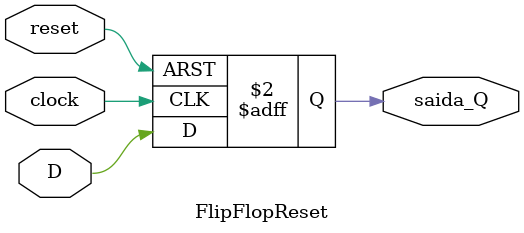
<source format=sv>
module FlipFlopReset(
  input logic clock, D, reset,
  output logic saida_Q
);
  always_ff @ (posedge reset or posedge clock) begin
    if (reset)
      saida_Q <= 0;
    else
      saida_Q <= D;
  end
  
endmodule
</source>
